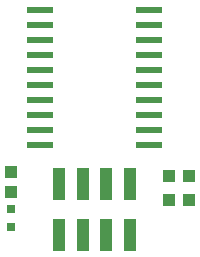
<source format=gtp>
G75*
%MOIN*%
%OFA0B0*%
%FSLAX25Y25*%
%IPPOS*%
%LPD*%
%AMOC8*
5,1,8,0,0,1.08239X$1,22.5*
%
%ADD10R,0.08661X0.02362*%
%ADD11R,0.04331X0.03937*%
%ADD12R,0.03150X0.03150*%
%ADD13R,0.03937X0.04331*%
%ADD14R,0.03937X0.10827*%
D10*
X0049140Y0043750D03*
X0049140Y0048750D03*
X0049140Y0053750D03*
X0049140Y0058750D03*
X0049140Y0063750D03*
X0049140Y0068750D03*
X0049140Y0073750D03*
X0049140Y0078750D03*
X0049140Y0083750D03*
X0049140Y0088750D03*
X0085360Y0088750D03*
X0085360Y0083750D03*
X0085360Y0078750D03*
X0085360Y0073750D03*
X0085360Y0068750D03*
X0085360Y0063750D03*
X0085360Y0058750D03*
X0085360Y0053750D03*
X0085360Y0048750D03*
X0085360Y0043750D03*
D11*
X0091904Y0033250D03*
X0098596Y0033250D03*
X0098596Y0025250D03*
X0091904Y0025250D03*
D12*
X0039250Y0016297D03*
X0039250Y0022203D03*
D13*
X0039250Y0027904D03*
X0039250Y0034596D03*
D14*
X0055439Y0030715D03*
X0063313Y0030715D03*
X0071187Y0030715D03*
X0079061Y0030715D03*
X0079061Y0013785D03*
X0071187Y0013785D03*
X0063313Y0013785D03*
X0055439Y0013785D03*
M02*

</source>
